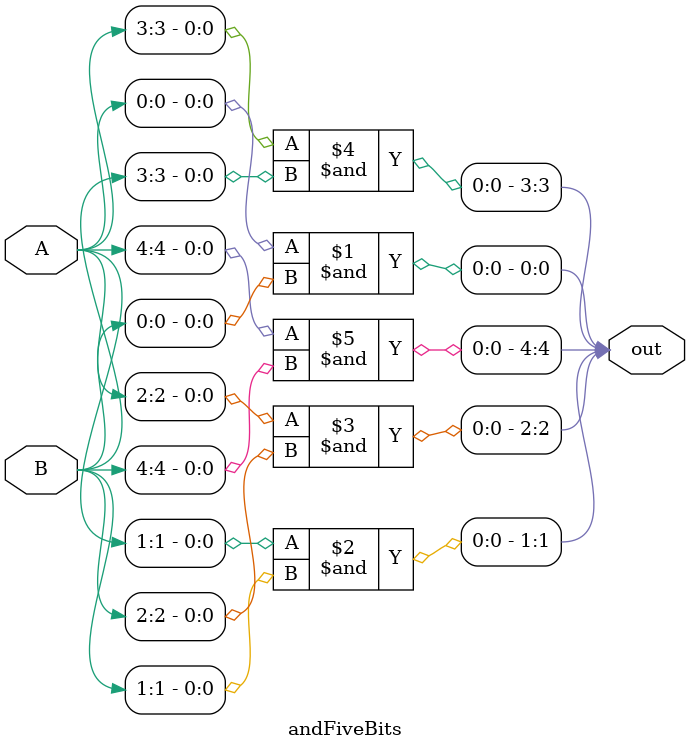
<source format=v>
module andFiveBits(out,A,B);//5 bitlik iki sayıyı and'ler.
input [4:0] A,B;//Input 5 bitlik iki sayı
output [4:0] out;//Output 5 bitlil sayı
wire [4:0] A,B,out;

//5 bitin teker teker and'lenmesi
and and0(out[0],A[0],B[0]);
and and1(out[1],A[1],B[1]);
and and2(out[2],A[2],B[2]);
and and3(out[3],A[3],B[3]);
and and4(out[4],A[4],B[4]);

endmodule

</source>
